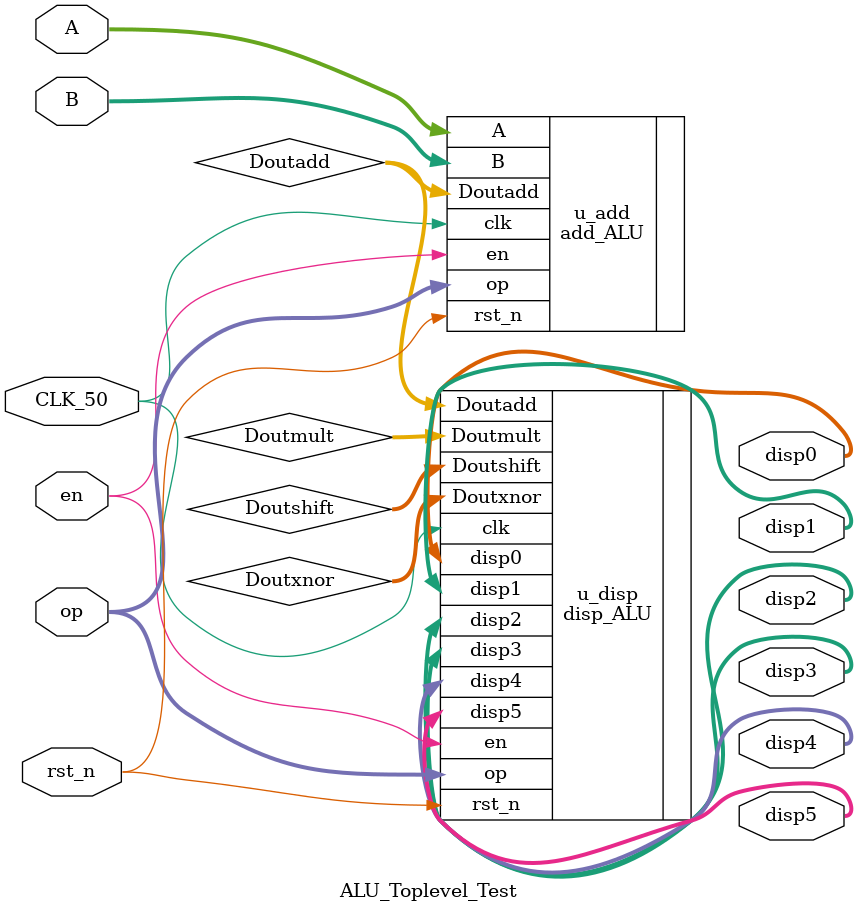
<source format=v>

module ALU_Toplevel_Test(

	//Clock
	input 		          		CLK_50,

	//7 Seg
	output		     [7:0]		disp0,
	output		     [7:0]		disp1,
	output		     [7:0]		disp2,
	output		     [7:0]		disp3,
	output		     [7:0]		disp4,
	output		     [7:0]		disp5,

	//Operation select
	input 		     [1:0]		op,

	//En/Rst_n
	input 		     en, rst_n,
	
	//Inputs
	input            [2:0]A, 
	input            [2:0]B
);

	//Wire 
	wire             [5:0]      Doutxnor;
	wire             [5:0]      Doutshift;
	wire             [5:0]      Doutadd;
	wire             [5:0]      Doutmult;

//  Structural coding

	add_ALU u_add(
		.op(op),
		.en(en),
		.rst_n(rst_n),
		.clk(CLK_50),
		.A(A),
		.B(B),
		.Doutadd(Doutadd)
	);
	disp_ALU u_disp(
		.op(op),
		.en(en),
		.rst_n(rst_n),
		.clk(CLK_50),
		.Doutxnor(Doutxnor),
		.Doutshift(Doutshift),
		.Doutadd(Doutadd),
		.Doutmult(Doutmult),
		.disp0(disp0),
		.disp1(disp1),
		.disp2(disp2),
		.disp3(disp3),
		.disp4(disp4),
		.disp5(disp5)
	);

endmodule
</source>
